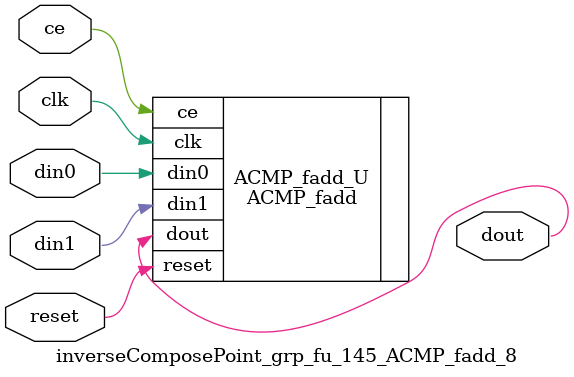
<source format=v>

`timescale 1 ns / 1 ps
module inverseComposePoint_grp_fu_145_ACMP_fadd_8(
    clk,
    reset,
    ce,
    din0,
    din1,
    dout);

parameter ID = 32'd1;
parameter NUM_STAGE = 32'd1;
parameter din0_WIDTH = 32'd1;
parameter din1_WIDTH = 32'd1;
parameter dout_WIDTH = 32'd1;
input clk;
input reset;
input ce;
input[din0_WIDTH - 1:0] din0;
input[din1_WIDTH - 1:0] din1;
output[dout_WIDTH - 1:0] dout;



ACMP_fadd #(
.ID( ID ),
.NUM_STAGE( 4 ),
.din0_WIDTH( din0_WIDTH ),
.din1_WIDTH( din1_WIDTH ),
.dout_WIDTH( dout_WIDTH ))
ACMP_fadd_U(
    .clk( clk ),
    .reset( reset ),
    .ce( ce ),
    .din0( din0 ),
    .din1( din1 ),
    .dout( dout ));

endmodule

</source>
